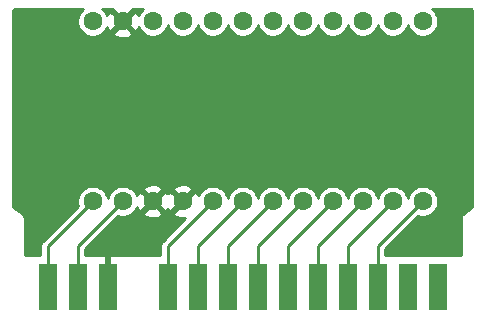
<source format=gbr>
G04 #@! TF.GenerationSoftware,KiCad,Pcbnew,(5.1.2-1)-1*
G04 #@! TF.CreationDate,2021-01-18T23:39:36-08:00*
G04 #@! TF.ProjectId,cart,63617274-2e6b-4696-9361-645f70636258,rev?*
G04 #@! TF.SameCoordinates,Original*
G04 #@! TF.FileFunction,Copper,L1,Top*
G04 #@! TF.FilePolarity,Positive*
%FSLAX46Y46*%
G04 Gerber Fmt 4.6, Leading zero omitted, Abs format (unit mm)*
G04 Created by KiCad (PCBNEW (5.1.2-1)-1) date 2021-01-18 23:39:36*
%MOMM*%
%LPD*%
G04 APERTURE LIST*
%ADD10R,1.600000X4.000000*%
%ADD11C,1.600000*%
%ADD12C,0.600000*%
%ADD13C,0.508000*%
%ADD14C,0.254000*%
G04 APERTURE END LIST*
D10*
X125730000Y-126619000D03*
X123190000Y-126619000D03*
X128270000Y-126619000D03*
X133350000Y-126619000D03*
X135890000Y-126619000D03*
X138430000Y-126619000D03*
X140970000Y-126619000D03*
X143510000Y-126619000D03*
X146050000Y-126619000D03*
X148590000Y-126619000D03*
X151130000Y-126619000D03*
X153670000Y-126619000D03*
X156210000Y-126619000D03*
D11*
X127000000Y-104140000D03*
X129540000Y-104140000D03*
X132080000Y-104140000D03*
X134620000Y-104140000D03*
X137160000Y-104140000D03*
X139700000Y-104140000D03*
X142240000Y-104140000D03*
X144780000Y-104140000D03*
X147320000Y-104140000D03*
X149860000Y-104140000D03*
X152400000Y-104140000D03*
X154940000Y-104140000D03*
X154940000Y-119380000D03*
X152400000Y-119380000D03*
X149860000Y-119380000D03*
X147320000Y-119380000D03*
X144780000Y-119380000D03*
X142240000Y-119380000D03*
X139700000Y-119380000D03*
X137160000Y-119380000D03*
X134620000Y-119380000D03*
X132080000Y-119380000D03*
X129540000Y-119380000D03*
X127000000Y-119380000D03*
D12*
X134620000Y-111760000D03*
X137160000Y-111760000D03*
X139700000Y-111760000D03*
X142240000Y-111760000D03*
X144780000Y-111760000D03*
X147320000Y-111760000D03*
X149860000Y-111760000D03*
X152400000Y-111760000D03*
X154940000Y-111760000D03*
X158115000Y-111760000D03*
X124206000Y-111760000D03*
D13*
X128270000Y-126619000D02*
X128270000Y-123190000D01*
D14*
X125730000Y-123190000D02*
X125730000Y-126619000D01*
X129540000Y-119380000D02*
X125730000Y-123190000D01*
X123190000Y-123190000D02*
X123190000Y-126619000D01*
X127000000Y-119380000D02*
X123190000Y-123190000D01*
X133350000Y-123190000D02*
X133350000Y-126619000D01*
X137160000Y-119380000D02*
X133350000Y-123190000D01*
X135890000Y-123190000D02*
X135890000Y-126619000D01*
X139700000Y-119380000D02*
X135890000Y-123190000D01*
X138430000Y-123190000D02*
X138430000Y-126619000D01*
X142240000Y-119380000D02*
X138430000Y-123190000D01*
X140970000Y-123190000D02*
X140970000Y-126619000D01*
X144780000Y-119380000D02*
X140970000Y-123190000D01*
X143510000Y-123190000D02*
X143510000Y-126619000D01*
X147320000Y-119380000D02*
X143510000Y-123190000D01*
X146050000Y-123190000D02*
X146050000Y-126619000D01*
X149860000Y-119380000D02*
X146050000Y-123190000D01*
X148590000Y-123190000D02*
X148590000Y-126619000D01*
X152400000Y-119380000D02*
X148590000Y-123190000D01*
X151130000Y-123190000D02*
X151130000Y-126619000D01*
X154940000Y-119380000D02*
X151130000Y-123190000D01*
G36*
X126166199Y-103124010D02*
G01*
X125984010Y-103306199D01*
X125840865Y-103520430D01*
X125742266Y-103758470D01*
X125692000Y-104011173D01*
X125692000Y-104268827D01*
X125742266Y-104521530D01*
X125840865Y-104759570D01*
X125984010Y-104973801D01*
X126166199Y-105155990D01*
X126380430Y-105299135D01*
X126618470Y-105397734D01*
X126871173Y-105448000D01*
X127128827Y-105448000D01*
X127381530Y-105397734D01*
X127619570Y-105299135D01*
X127833801Y-105155990D01*
X127857089Y-105132702D01*
X128726903Y-105132702D01*
X128798486Y-105376671D01*
X129053996Y-105497571D01*
X129328184Y-105566300D01*
X129610512Y-105580217D01*
X129890130Y-105538787D01*
X130156292Y-105443603D01*
X130281514Y-105376671D01*
X130353097Y-105132702D01*
X129540000Y-104319605D01*
X128726903Y-105132702D01*
X127857089Y-105132702D01*
X128015990Y-104973801D01*
X128159135Y-104759570D01*
X128201228Y-104657949D01*
X128236397Y-104756292D01*
X128303329Y-104881514D01*
X128547298Y-104953097D01*
X129360395Y-104140000D01*
X128547298Y-103326903D01*
X128303329Y-103398486D01*
X128199508Y-103617900D01*
X128159135Y-103520430D01*
X128015990Y-103306199D01*
X127833801Y-103124010D01*
X127793378Y-103097000D01*
X128741661Y-103097000D01*
X128726903Y-103147298D01*
X129540000Y-103960395D01*
X130353097Y-103147298D01*
X130338339Y-103097000D01*
X131286622Y-103097000D01*
X131246199Y-103124010D01*
X131064010Y-103306199D01*
X130920865Y-103520430D01*
X130878772Y-103622051D01*
X130843603Y-103523708D01*
X130776671Y-103398486D01*
X130532702Y-103326903D01*
X129719605Y-104140000D01*
X130532702Y-104953097D01*
X130776671Y-104881514D01*
X130880492Y-104662100D01*
X130920865Y-104759570D01*
X131064010Y-104973801D01*
X131246199Y-105155990D01*
X131460430Y-105299135D01*
X131698470Y-105397734D01*
X131951173Y-105448000D01*
X132208827Y-105448000D01*
X132461530Y-105397734D01*
X132699570Y-105299135D01*
X132913801Y-105155990D01*
X133095990Y-104973801D01*
X133239135Y-104759570D01*
X133337734Y-104521530D01*
X133350000Y-104459865D01*
X133362266Y-104521530D01*
X133460865Y-104759570D01*
X133604010Y-104973801D01*
X133786199Y-105155990D01*
X134000430Y-105299135D01*
X134238470Y-105397734D01*
X134491173Y-105448000D01*
X134748827Y-105448000D01*
X135001530Y-105397734D01*
X135239570Y-105299135D01*
X135453801Y-105155990D01*
X135635990Y-104973801D01*
X135779135Y-104759570D01*
X135877734Y-104521530D01*
X135890000Y-104459865D01*
X135902266Y-104521530D01*
X136000865Y-104759570D01*
X136144010Y-104973801D01*
X136326199Y-105155990D01*
X136540430Y-105299135D01*
X136778470Y-105397734D01*
X137031173Y-105448000D01*
X137288827Y-105448000D01*
X137541530Y-105397734D01*
X137779570Y-105299135D01*
X137993801Y-105155990D01*
X138175990Y-104973801D01*
X138319135Y-104759570D01*
X138417734Y-104521530D01*
X138430000Y-104459865D01*
X138442266Y-104521530D01*
X138540865Y-104759570D01*
X138684010Y-104973801D01*
X138866199Y-105155990D01*
X139080430Y-105299135D01*
X139318470Y-105397734D01*
X139571173Y-105448000D01*
X139828827Y-105448000D01*
X140081530Y-105397734D01*
X140319570Y-105299135D01*
X140533801Y-105155990D01*
X140715990Y-104973801D01*
X140859135Y-104759570D01*
X140957734Y-104521530D01*
X140970000Y-104459865D01*
X140982266Y-104521530D01*
X141080865Y-104759570D01*
X141224010Y-104973801D01*
X141406199Y-105155990D01*
X141620430Y-105299135D01*
X141858470Y-105397734D01*
X142111173Y-105448000D01*
X142368827Y-105448000D01*
X142621530Y-105397734D01*
X142859570Y-105299135D01*
X143073801Y-105155990D01*
X143255990Y-104973801D01*
X143399135Y-104759570D01*
X143497734Y-104521530D01*
X143510000Y-104459865D01*
X143522266Y-104521530D01*
X143620865Y-104759570D01*
X143764010Y-104973801D01*
X143946199Y-105155990D01*
X144160430Y-105299135D01*
X144398470Y-105397734D01*
X144651173Y-105448000D01*
X144908827Y-105448000D01*
X145161530Y-105397734D01*
X145399570Y-105299135D01*
X145613801Y-105155990D01*
X145795990Y-104973801D01*
X145939135Y-104759570D01*
X146037734Y-104521530D01*
X146050000Y-104459865D01*
X146062266Y-104521530D01*
X146160865Y-104759570D01*
X146304010Y-104973801D01*
X146486199Y-105155990D01*
X146700430Y-105299135D01*
X146938470Y-105397734D01*
X147191173Y-105448000D01*
X147448827Y-105448000D01*
X147701530Y-105397734D01*
X147939570Y-105299135D01*
X148153801Y-105155990D01*
X148335990Y-104973801D01*
X148479135Y-104759570D01*
X148577734Y-104521530D01*
X148590000Y-104459865D01*
X148602266Y-104521530D01*
X148700865Y-104759570D01*
X148844010Y-104973801D01*
X149026199Y-105155990D01*
X149240430Y-105299135D01*
X149478470Y-105397734D01*
X149731173Y-105448000D01*
X149988827Y-105448000D01*
X150241530Y-105397734D01*
X150479570Y-105299135D01*
X150693801Y-105155990D01*
X150875990Y-104973801D01*
X151019135Y-104759570D01*
X151117734Y-104521530D01*
X151130000Y-104459865D01*
X151142266Y-104521530D01*
X151240865Y-104759570D01*
X151384010Y-104973801D01*
X151566199Y-105155990D01*
X151780430Y-105299135D01*
X152018470Y-105397734D01*
X152271173Y-105448000D01*
X152528827Y-105448000D01*
X152781530Y-105397734D01*
X153019570Y-105299135D01*
X153233801Y-105155990D01*
X153415990Y-104973801D01*
X153559135Y-104759570D01*
X153657734Y-104521530D01*
X153670000Y-104459865D01*
X153682266Y-104521530D01*
X153780865Y-104759570D01*
X153924010Y-104973801D01*
X154106199Y-105155990D01*
X154320430Y-105299135D01*
X154558470Y-105397734D01*
X154811173Y-105448000D01*
X155068827Y-105448000D01*
X155321530Y-105397734D01*
X155559570Y-105299135D01*
X155773801Y-105155990D01*
X155955990Y-104973801D01*
X156099135Y-104759570D01*
X156197734Y-104521530D01*
X156248000Y-104268827D01*
X156248000Y-104011173D01*
X156197734Y-103758470D01*
X156099135Y-103520430D01*
X155955990Y-103306199D01*
X155773801Y-103124010D01*
X155733378Y-103097000D01*
X158958268Y-103097000D01*
X159017344Y-103102792D01*
X159045572Y-103111315D01*
X159071609Y-103125159D01*
X159094460Y-103143796D01*
X159113257Y-103166517D01*
X159127278Y-103192448D01*
X159135998Y-103220620D01*
X159142000Y-103277722D01*
X159142001Y-119840896D01*
X158420334Y-120390807D01*
X158410579Y-120396021D01*
X158372756Y-120427062D01*
X158357746Y-120438499D01*
X158349713Y-120445972D01*
X158317999Y-120471999D01*
X158305935Y-120486699D01*
X158292027Y-120499638D01*
X158268040Y-120532875D01*
X158242021Y-120564580D01*
X158233060Y-120581344D01*
X158221940Y-120596753D01*
X158204895Y-120634038D01*
X158185564Y-120670204D01*
X158180046Y-120688393D01*
X158172145Y-120705677D01*
X158162701Y-120745575D01*
X158150798Y-120784812D01*
X158148935Y-120803726D01*
X158144557Y-120822221D01*
X158143078Y-120863199D01*
X158142000Y-120874140D01*
X158142000Y-120893046D01*
X158140236Y-120941907D01*
X158142000Y-120952819D01*
X158142000Y-123888500D01*
X151765000Y-123888500D01*
X151765000Y-123453024D01*
X154576671Y-120641354D01*
X154811173Y-120688000D01*
X155068827Y-120688000D01*
X155321530Y-120637734D01*
X155559570Y-120539135D01*
X155773801Y-120395990D01*
X155955990Y-120213801D01*
X156099135Y-119999570D01*
X156197734Y-119761530D01*
X156248000Y-119508827D01*
X156248000Y-119251173D01*
X156197734Y-118998470D01*
X156099135Y-118760430D01*
X155955990Y-118546199D01*
X155773801Y-118364010D01*
X155559570Y-118220865D01*
X155321530Y-118122266D01*
X155068827Y-118072000D01*
X154811173Y-118072000D01*
X154558470Y-118122266D01*
X154320430Y-118220865D01*
X154106199Y-118364010D01*
X153924010Y-118546199D01*
X153780865Y-118760430D01*
X153682266Y-118998470D01*
X153670000Y-119060135D01*
X153657734Y-118998470D01*
X153559135Y-118760430D01*
X153415990Y-118546199D01*
X153233801Y-118364010D01*
X153019570Y-118220865D01*
X152781530Y-118122266D01*
X152528827Y-118072000D01*
X152271173Y-118072000D01*
X152018470Y-118122266D01*
X151780430Y-118220865D01*
X151566199Y-118364010D01*
X151384010Y-118546199D01*
X151240865Y-118760430D01*
X151142266Y-118998470D01*
X151130000Y-119060135D01*
X151117734Y-118998470D01*
X151019135Y-118760430D01*
X150875990Y-118546199D01*
X150693801Y-118364010D01*
X150479570Y-118220865D01*
X150241530Y-118122266D01*
X149988827Y-118072000D01*
X149731173Y-118072000D01*
X149478470Y-118122266D01*
X149240430Y-118220865D01*
X149026199Y-118364010D01*
X148844010Y-118546199D01*
X148700865Y-118760430D01*
X148602266Y-118998470D01*
X148590000Y-119060135D01*
X148577734Y-118998470D01*
X148479135Y-118760430D01*
X148335990Y-118546199D01*
X148153801Y-118364010D01*
X147939570Y-118220865D01*
X147701530Y-118122266D01*
X147448827Y-118072000D01*
X147191173Y-118072000D01*
X146938470Y-118122266D01*
X146700430Y-118220865D01*
X146486199Y-118364010D01*
X146304010Y-118546199D01*
X146160865Y-118760430D01*
X146062266Y-118998470D01*
X146050000Y-119060135D01*
X146037734Y-118998470D01*
X145939135Y-118760430D01*
X145795990Y-118546199D01*
X145613801Y-118364010D01*
X145399570Y-118220865D01*
X145161530Y-118122266D01*
X144908827Y-118072000D01*
X144651173Y-118072000D01*
X144398470Y-118122266D01*
X144160430Y-118220865D01*
X143946199Y-118364010D01*
X143764010Y-118546199D01*
X143620865Y-118760430D01*
X143522266Y-118998470D01*
X143510000Y-119060135D01*
X143497734Y-118998470D01*
X143399135Y-118760430D01*
X143255990Y-118546199D01*
X143073801Y-118364010D01*
X142859570Y-118220865D01*
X142621530Y-118122266D01*
X142368827Y-118072000D01*
X142111173Y-118072000D01*
X141858470Y-118122266D01*
X141620430Y-118220865D01*
X141406199Y-118364010D01*
X141224010Y-118546199D01*
X141080865Y-118760430D01*
X140982266Y-118998470D01*
X140970000Y-119060135D01*
X140957734Y-118998470D01*
X140859135Y-118760430D01*
X140715990Y-118546199D01*
X140533801Y-118364010D01*
X140319570Y-118220865D01*
X140081530Y-118122266D01*
X139828827Y-118072000D01*
X139571173Y-118072000D01*
X139318470Y-118122266D01*
X139080430Y-118220865D01*
X138866199Y-118364010D01*
X138684010Y-118546199D01*
X138540865Y-118760430D01*
X138442266Y-118998470D01*
X138430000Y-119060135D01*
X138417734Y-118998470D01*
X138319135Y-118760430D01*
X138175990Y-118546199D01*
X137993801Y-118364010D01*
X137779570Y-118220865D01*
X137541530Y-118122266D01*
X137288827Y-118072000D01*
X137031173Y-118072000D01*
X136778470Y-118122266D01*
X136540430Y-118220865D01*
X136326199Y-118364010D01*
X136144010Y-118546199D01*
X136000865Y-118760430D01*
X135958772Y-118862051D01*
X135923603Y-118763708D01*
X135856671Y-118638486D01*
X135612702Y-118566903D01*
X134799605Y-119380000D01*
X134813748Y-119394143D01*
X134634143Y-119573748D01*
X134620000Y-119559605D01*
X133806903Y-120372702D01*
X133878486Y-120616671D01*
X134133996Y-120737571D01*
X134408184Y-120806300D01*
X134690512Y-120820217D01*
X134844587Y-120797388D01*
X132923050Y-122718926D01*
X132898815Y-122738815D01*
X132819463Y-122835507D01*
X132760498Y-122945821D01*
X132724188Y-123065519D01*
X132715000Y-123158809D01*
X132715000Y-123158819D01*
X132711929Y-123190000D01*
X132715000Y-123221181D01*
X132715000Y-123888500D01*
X126365000Y-123888500D01*
X126365000Y-123453024D01*
X129176671Y-120641354D01*
X129411173Y-120688000D01*
X129668827Y-120688000D01*
X129921530Y-120637734D01*
X130159570Y-120539135D01*
X130373801Y-120395990D01*
X130397089Y-120372702D01*
X131266903Y-120372702D01*
X131338486Y-120616671D01*
X131593996Y-120737571D01*
X131868184Y-120806300D01*
X132150512Y-120820217D01*
X132430130Y-120778787D01*
X132696292Y-120683603D01*
X132821514Y-120616671D01*
X132893097Y-120372702D01*
X132080000Y-119559605D01*
X131266903Y-120372702D01*
X130397089Y-120372702D01*
X130555990Y-120213801D01*
X130699135Y-119999570D01*
X130741228Y-119897949D01*
X130776397Y-119996292D01*
X130843329Y-120121514D01*
X131087298Y-120193097D01*
X131900395Y-119380000D01*
X132259605Y-119380000D01*
X133072702Y-120193097D01*
X133316671Y-120121514D01*
X133347971Y-120055364D01*
X133383329Y-120121514D01*
X133627298Y-120193097D01*
X134440395Y-119380000D01*
X133627298Y-118566903D01*
X133383329Y-118638486D01*
X133352029Y-118704636D01*
X133316671Y-118638486D01*
X133072702Y-118566903D01*
X132259605Y-119380000D01*
X131900395Y-119380000D01*
X131087298Y-118566903D01*
X130843329Y-118638486D01*
X130739508Y-118857900D01*
X130699135Y-118760430D01*
X130555990Y-118546199D01*
X130397089Y-118387298D01*
X131266903Y-118387298D01*
X132080000Y-119200395D01*
X132893097Y-118387298D01*
X133806903Y-118387298D01*
X134620000Y-119200395D01*
X135433097Y-118387298D01*
X135361514Y-118143329D01*
X135106004Y-118022429D01*
X134831816Y-117953700D01*
X134549488Y-117939783D01*
X134269870Y-117981213D01*
X134003708Y-118076397D01*
X133878486Y-118143329D01*
X133806903Y-118387298D01*
X132893097Y-118387298D01*
X132821514Y-118143329D01*
X132566004Y-118022429D01*
X132291816Y-117953700D01*
X132009488Y-117939783D01*
X131729870Y-117981213D01*
X131463708Y-118076397D01*
X131338486Y-118143329D01*
X131266903Y-118387298D01*
X130397089Y-118387298D01*
X130373801Y-118364010D01*
X130159570Y-118220865D01*
X129921530Y-118122266D01*
X129668827Y-118072000D01*
X129411173Y-118072000D01*
X129158470Y-118122266D01*
X128920430Y-118220865D01*
X128706199Y-118364010D01*
X128524010Y-118546199D01*
X128380865Y-118760430D01*
X128282266Y-118998470D01*
X128270000Y-119060135D01*
X128257734Y-118998470D01*
X128159135Y-118760430D01*
X128015990Y-118546199D01*
X127833801Y-118364010D01*
X127619570Y-118220865D01*
X127381530Y-118122266D01*
X127128827Y-118072000D01*
X126871173Y-118072000D01*
X126618470Y-118122266D01*
X126380430Y-118220865D01*
X126166199Y-118364010D01*
X125984010Y-118546199D01*
X125840865Y-118760430D01*
X125742266Y-118998470D01*
X125692000Y-119251173D01*
X125692000Y-119508827D01*
X125738646Y-119743329D01*
X122763050Y-122718926D01*
X122738815Y-122738815D01*
X122659463Y-122835507D01*
X122600498Y-122945821D01*
X122564188Y-123065519D01*
X122555000Y-123158809D01*
X122555000Y-123158819D01*
X122551929Y-123190000D01*
X122555000Y-123221181D01*
X122555000Y-123888500D01*
X121258000Y-123888500D01*
X121258000Y-120949819D01*
X121259764Y-120938907D01*
X121258000Y-120890046D01*
X121258000Y-120871139D01*
X121256922Y-120860198D01*
X121255443Y-120819220D01*
X121251065Y-120800725D01*
X121249202Y-120781811D01*
X121237299Y-120742574D01*
X121227855Y-120702676D01*
X121219954Y-120685392D01*
X121214436Y-120667203D01*
X121195105Y-120631037D01*
X121178060Y-120593752D01*
X121166940Y-120578343D01*
X121157979Y-120561579D01*
X121131962Y-120529877D01*
X121107973Y-120496637D01*
X121094062Y-120483695D01*
X121082001Y-120468999D01*
X121050298Y-120442982D01*
X121042254Y-120435498D01*
X121027219Y-120424042D01*
X120989420Y-120393021D01*
X120979672Y-120387811D01*
X120258000Y-119837897D01*
X120258000Y-103280732D01*
X120263792Y-103221656D01*
X120272315Y-103193428D01*
X120286159Y-103167391D01*
X120304796Y-103144540D01*
X120327517Y-103125743D01*
X120353448Y-103111722D01*
X120381620Y-103103002D01*
X120438722Y-103097000D01*
X126206622Y-103097000D01*
X126166199Y-103124010D01*
X126166199Y-103124010D01*
G37*
X126166199Y-103124010D02*
X125984010Y-103306199D01*
X125840865Y-103520430D01*
X125742266Y-103758470D01*
X125692000Y-104011173D01*
X125692000Y-104268827D01*
X125742266Y-104521530D01*
X125840865Y-104759570D01*
X125984010Y-104973801D01*
X126166199Y-105155990D01*
X126380430Y-105299135D01*
X126618470Y-105397734D01*
X126871173Y-105448000D01*
X127128827Y-105448000D01*
X127381530Y-105397734D01*
X127619570Y-105299135D01*
X127833801Y-105155990D01*
X127857089Y-105132702D01*
X128726903Y-105132702D01*
X128798486Y-105376671D01*
X129053996Y-105497571D01*
X129328184Y-105566300D01*
X129610512Y-105580217D01*
X129890130Y-105538787D01*
X130156292Y-105443603D01*
X130281514Y-105376671D01*
X130353097Y-105132702D01*
X129540000Y-104319605D01*
X128726903Y-105132702D01*
X127857089Y-105132702D01*
X128015990Y-104973801D01*
X128159135Y-104759570D01*
X128201228Y-104657949D01*
X128236397Y-104756292D01*
X128303329Y-104881514D01*
X128547298Y-104953097D01*
X129360395Y-104140000D01*
X128547298Y-103326903D01*
X128303329Y-103398486D01*
X128199508Y-103617900D01*
X128159135Y-103520430D01*
X128015990Y-103306199D01*
X127833801Y-103124010D01*
X127793378Y-103097000D01*
X128741661Y-103097000D01*
X128726903Y-103147298D01*
X129540000Y-103960395D01*
X130353097Y-103147298D01*
X130338339Y-103097000D01*
X131286622Y-103097000D01*
X131246199Y-103124010D01*
X131064010Y-103306199D01*
X130920865Y-103520430D01*
X130878772Y-103622051D01*
X130843603Y-103523708D01*
X130776671Y-103398486D01*
X130532702Y-103326903D01*
X129719605Y-104140000D01*
X130532702Y-104953097D01*
X130776671Y-104881514D01*
X130880492Y-104662100D01*
X130920865Y-104759570D01*
X131064010Y-104973801D01*
X131246199Y-105155990D01*
X131460430Y-105299135D01*
X131698470Y-105397734D01*
X131951173Y-105448000D01*
X132208827Y-105448000D01*
X132461530Y-105397734D01*
X132699570Y-105299135D01*
X132913801Y-105155990D01*
X133095990Y-104973801D01*
X133239135Y-104759570D01*
X133337734Y-104521530D01*
X133350000Y-104459865D01*
X133362266Y-104521530D01*
X133460865Y-104759570D01*
X133604010Y-104973801D01*
X133786199Y-105155990D01*
X134000430Y-105299135D01*
X134238470Y-105397734D01*
X134491173Y-105448000D01*
X134748827Y-105448000D01*
X135001530Y-105397734D01*
X135239570Y-105299135D01*
X135453801Y-105155990D01*
X135635990Y-104973801D01*
X135779135Y-104759570D01*
X135877734Y-104521530D01*
X135890000Y-104459865D01*
X135902266Y-104521530D01*
X136000865Y-104759570D01*
X136144010Y-104973801D01*
X136326199Y-105155990D01*
X136540430Y-105299135D01*
X136778470Y-105397734D01*
X137031173Y-105448000D01*
X137288827Y-105448000D01*
X137541530Y-105397734D01*
X137779570Y-105299135D01*
X137993801Y-105155990D01*
X138175990Y-104973801D01*
X138319135Y-104759570D01*
X138417734Y-104521530D01*
X138430000Y-104459865D01*
X138442266Y-104521530D01*
X138540865Y-104759570D01*
X138684010Y-104973801D01*
X138866199Y-105155990D01*
X139080430Y-105299135D01*
X139318470Y-105397734D01*
X139571173Y-105448000D01*
X139828827Y-105448000D01*
X140081530Y-105397734D01*
X140319570Y-105299135D01*
X140533801Y-105155990D01*
X140715990Y-104973801D01*
X140859135Y-104759570D01*
X140957734Y-104521530D01*
X140970000Y-104459865D01*
X140982266Y-104521530D01*
X141080865Y-104759570D01*
X141224010Y-104973801D01*
X141406199Y-105155990D01*
X141620430Y-105299135D01*
X141858470Y-105397734D01*
X142111173Y-105448000D01*
X142368827Y-105448000D01*
X142621530Y-105397734D01*
X142859570Y-105299135D01*
X143073801Y-105155990D01*
X143255990Y-104973801D01*
X143399135Y-104759570D01*
X143497734Y-104521530D01*
X143510000Y-104459865D01*
X143522266Y-104521530D01*
X143620865Y-104759570D01*
X143764010Y-104973801D01*
X143946199Y-105155990D01*
X144160430Y-105299135D01*
X144398470Y-105397734D01*
X144651173Y-105448000D01*
X144908827Y-105448000D01*
X145161530Y-105397734D01*
X145399570Y-105299135D01*
X145613801Y-105155990D01*
X145795990Y-104973801D01*
X145939135Y-104759570D01*
X146037734Y-104521530D01*
X146050000Y-104459865D01*
X146062266Y-104521530D01*
X146160865Y-104759570D01*
X146304010Y-104973801D01*
X146486199Y-105155990D01*
X146700430Y-105299135D01*
X146938470Y-105397734D01*
X147191173Y-105448000D01*
X147448827Y-105448000D01*
X147701530Y-105397734D01*
X147939570Y-105299135D01*
X148153801Y-105155990D01*
X148335990Y-104973801D01*
X148479135Y-104759570D01*
X148577734Y-104521530D01*
X148590000Y-104459865D01*
X148602266Y-104521530D01*
X148700865Y-104759570D01*
X148844010Y-104973801D01*
X149026199Y-105155990D01*
X149240430Y-105299135D01*
X149478470Y-105397734D01*
X149731173Y-105448000D01*
X149988827Y-105448000D01*
X150241530Y-105397734D01*
X150479570Y-105299135D01*
X150693801Y-105155990D01*
X150875990Y-104973801D01*
X151019135Y-104759570D01*
X151117734Y-104521530D01*
X151130000Y-104459865D01*
X151142266Y-104521530D01*
X151240865Y-104759570D01*
X151384010Y-104973801D01*
X151566199Y-105155990D01*
X151780430Y-105299135D01*
X152018470Y-105397734D01*
X152271173Y-105448000D01*
X152528827Y-105448000D01*
X152781530Y-105397734D01*
X153019570Y-105299135D01*
X153233801Y-105155990D01*
X153415990Y-104973801D01*
X153559135Y-104759570D01*
X153657734Y-104521530D01*
X153670000Y-104459865D01*
X153682266Y-104521530D01*
X153780865Y-104759570D01*
X153924010Y-104973801D01*
X154106199Y-105155990D01*
X154320430Y-105299135D01*
X154558470Y-105397734D01*
X154811173Y-105448000D01*
X155068827Y-105448000D01*
X155321530Y-105397734D01*
X155559570Y-105299135D01*
X155773801Y-105155990D01*
X155955990Y-104973801D01*
X156099135Y-104759570D01*
X156197734Y-104521530D01*
X156248000Y-104268827D01*
X156248000Y-104011173D01*
X156197734Y-103758470D01*
X156099135Y-103520430D01*
X155955990Y-103306199D01*
X155773801Y-103124010D01*
X155733378Y-103097000D01*
X158958268Y-103097000D01*
X159017344Y-103102792D01*
X159045572Y-103111315D01*
X159071609Y-103125159D01*
X159094460Y-103143796D01*
X159113257Y-103166517D01*
X159127278Y-103192448D01*
X159135998Y-103220620D01*
X159142000Y-103277722D01*
X159142001Y-119840896D01*
X158420334Y-120390807D01*
X158410579Y-120396021D01*
X158372756Y-120427062D01*
X158357746Y-120438499D01*
X158349713Y-120445972D01*
X158317999Y-120471999D01*
X158305935Y-120486699D01*
X158292027Y-120499638D01*
X158268040Y-120532875D01*
X158242021Y-120564580D01*
X158233060Y-120581344D01*
X158221940Y-120596753D01*
X158204895Y-120634038D01*
X158185564Y-120670204D01*
X158180046Y-120688393D01*
X158172145Y-120705677D01*
X158162701Y-120745575D01*
X158150798Y-120784812D01*
X158148935Y-120803726D01*
X158144557Y-120822221D01*
X158143078Y-120863199D01*
X158142000Y-120874140D01*
X158142000Y-120893046D01*
X158140236Y-120941907D01*
X158142000Y-120952819D01*
X158142000Y-123888500D01*
X151765000Y-123888500D01*
X151765000Y-123453024D01*
X154576671Y-120641354D01*
X154811173Y-120688000D01*
X155068827Y-120688000D01*
X155321530Y-120637734D01*
X155559570Y-120539135D01*
X155773801Y-120395990D01*
X155955990Y-120213801D01*
X156099135Y-119999570D01*
X156197734Y-119761530D01*
X156248000Y-119508827D01*
X156248000Y-119251173D01*
X156197734Y-118998470D01*
X156099135Y-118760430D01*
X155955990Y-118546199D01*
X155773801Y-118364010D01*
X155559570Y-118220865D01*
X155321530Y-118122266D01*
X155068827Y-118072000D01*
X154811173Y-118072000D01*
X154558470Y-118122266D01*
X154320430Y-118220865D01*
X154106199Y-118364010D01*
X153924010Y-118546199D01*
X153780865Y-118760430D01*
X153682266Y-118998470D01*
X153670000Y-119060135D01*
X153657734Y-118998470D01*
X153559135Y-118760430D01*
X153415990Y-118546199D01*
X153233801Y-118364010D01*
X153019570Y-118220865D01*
X152781530Y-118122266D01*
X152528827Y-118072000D01*
X152271173Y-118072000D01*
X152018470Y-118122266D01*
X151780430Y-118220865D01*
X151566199Y-118364010D01*
X151384010Y-118546199D01*
X151240865Y-118760430D01*
X151142266Y-118998470D01*
X151130000Y-119060135D01*
X151117734Y-118998470D01*
X151019135Y-118760430D01*
X150875990Y-118546199D01*
X150693801Y-118364010D01*
X150479570Y-118220865D01*
X150241530Y-118122266D01*
X149988827Y-118072000D01*
X149731173Y-118072000D01*
X149478470Y-118122266D01*
X149240430Y-118220865D01*
X149026199Y-118364010D01*
X148844010Y-118546199D01*
X148700865Y-118760430D01*
X148602266Y-118998470D01*
X148590000Y-119060135D01*
X148577734Y-118998470D01*
X148479135Y-118760430D01*
X148335990Y-118546199D01*
X148153801Y-118364010D01*
X147939570Y-118220865D01*
X147701530Y-118122266D01*
X147448827Y-118072000D01*
X147191173Y-118072000D01*
X146938470Y-118122266D01*
X146700430Y-118220865D01*
X146486199Y-118364010D01*
X146304010Y-118546199D01*
X146160865Y-118760430D01*
X146062266Y-118998470D01*
X146050000Y-119060135D01*
X146037734Y-118998470D01*
X145939135Y-118760430D01*
X145795990Y-118546199D01*
X145613801Y-118364010D01*
X145399570Y-118220865D01*
X145161530Y-118122266D01*
X144908827Y-118072000D01*
X144651173Y-118072000D01*
X144398470Y-118122266D01*
X144160430Y-118220865D01*
X143946199Y-118364010D01*
X143764010Y-118546199D01*
X143620865Y-118760430D01*
X143522266Y-118998470D01*
X143510000Y-119060135D01*
X143497734Y-118998470D01*
X143399135Y-118760430D01*
X143255990Y-118546199D01*
X143073801Y-118364010D01*
X142859570Y-118220865D01*
X142621530Y-118122266D01*
X142368827Y-118072000D01*
X142111173Y-118072000D01*
X141858470Y-118122266D01*
X141620430Y-118220865D01*
X141406199Y-118364010D01*
X141224010Y-118546199D01*
X141080865Y-118760430D01*
X140982266Y-118998470D01*
X140970000Y-119060135D01*
X140957734Y-118998470D01*
X140859135Y-118760430D01*
X140715990Y-118546199D01*
X140533801Y-118364010D01*
X140319570Y-118220865D01*
X140081530Y-118122266D01*
X139828827Y-118072000D01*
X139571173Y-118072000D01*
X139318470Y-118122266D01*
X139080430Y-118220865D01*
X138866199Y-118364010D01*
X138684010Y-118546199D01*
X138540865Y-118760430D01*
X138442266Y-118998470D01*
X138430000Y-119060135D01*
X138417734Y-118998470D01*
X138319135Y-118760430D01*
X138175990Y-118546199D01*
X137993801Y-118364010D01*
X137779570Y-118220865D01*
X137541530Y-118122266D01*
X137288827Y-118072000D01*
X137031173Y-118072000D01*
X136778470Y-118122266D01*
X136540430Y-118220865D01*
X136326199Y-118364010D01*
X136144010Y-118546199D01*
X136000865Y-118760430D01*
X135958772Y-118862051D01*
X135923603Y-118763708D01*
X135856671Y-118638486D01*
X135612702Y-118566903D01*
X134799605Y-119380000D01*
X134813748Y-119394143D01*
X134634143Y-119573748D01*
X134620000Y-119559605D01*
X133806903Y-120372702D01*
X133878486Y-120616671D01*
X134133996Y-120737571D01*
X134408184Y-120806300D01*
X134690512Y-120820217D01*
X134844587Y-120797388D01*
X132923050Y-122718926D01*
X132898815Y-122738815D01*
X132819463Y-122835507D01*
X132760498Y-122945821D01*
X132724188Y-123065519D01*
X132715000Y-123158809D01*
X132715000Y-123158819D01*
X132711929Y-123190000D01*
X132715000Y-123221181D01*
X132715000Y-123888500D01*
X126365000Y-123888500D01*
X126365000Y-123453024D01*
X129176671Y-120641354D01*
X129411173Y-120688000D01*
X129668827Y-120688000D01*
X129921530Y-120637734D01*
X130159570Y-120539135D01*
X130373801Y-120395990D01*
X130397089Y-120372702D01*
X131266903Y-120372702D01*
X131338486Y-120616671D01*
X131593996Y-120737571D01*
X131868184Y-120806300D01*
X132150512Y-120820217D01*
X132430130Y-120778787D01*
X132696292Y-120683603D01*
X132821514Y-120616671D01*
X132893097Y-120372702D01*
X132080000Y-119559605D01*
X131266903Y-120372702D01*
X130397089Y-120372702D01*
X130555990Y-120213801D01*
X130699135Y-119999570D01*
X130741228Y-119897949D01*
X130776397Y-119996292D01*
X130843329Y-120121514D01*
X131087298Y-120193097D01*
X131900395Y-119380000D01*
X132259605Y-119380000D01*
X133072702Y-120193097D01*
X133316671Y-120121514D01*
X133347971Y-120055364D01*
X133383329Y-120121514D01*
X133627298Y-120193097D01*
X134440395Y-119380000D01*
X133627298Y-118566903D01*
X133383329Y-118638486D01*
X133352029Y-118704636D01*
X133316671Y-118638486D01*
X133072702Y-118566903D01*
X132259605Y-119380000D01*
X131900395Y-119380000D01*
X131087298Y-118566903D01*
X130843329Y-118638486D01*
X130739508Y-118857900D01*
X130699135Y-118760430D01*
X130555990Y-118546199D01*
X130397089Y-118387298D01*
X131266903Y-118387298D01*
X132080000Y-119200395D01*
X132893097Y-118387298D01*
X133806903Y-118387298D01*
X134620000Y-119200395D01*
X135433097Y-118387298D01*
X135361514Y-118143329D01*
X135106004Y-118022429D01*
X134831816Y-117953700D01*
X134549488Y-117939783D01*
X134269870Y-117981213D01*
X134003708Y-118076397D01*
X133878486Y-118143329D01*
X133806903Y-118387298D01*
X132893097Y-118387298D01*
X132821514Y-118143329D01*
X132566004Y-118022429D01*
X132291816Y-117953700D01*
X132009488Y-117939783D01*
X131729870Y-117981213D01*
X131463708Y-118076397D01*
X131338486Y-118143329D01*
X131266903Y-118387298D01*
X130397089Y-118387298D01*
X130373801Y-118364010D01*
X130159570Y-118220865D01*
X129921530Y-118122266D01*
X129668827Y-118072000D01*
X129411173Y-118072000D01*
X129158470Y-118122266D01*
X128920430Y-118220865D01*
X128706199Y-118364010D01*
X128524010Y-118546199D01*
X128380865Y-118760430D01*
X128282266Y-118998470D01*
X128270000Y-119060135D01*
X128257734Y-118998470D01*
X128159135Y-118760430D01*
X128015990Y-118546199D01*
X127833801Y-118364010D01*
X127619570Y-118220865D01*
X127381530Y-118122266D01*
X127128827Y-118072000D01*
X126871173Y-118072000D01*
X126618470Y-118122266D01*
X126380430Y-118220865D01*
X126166199Y-118364010D01*
X125984010Y-118546199D01*
X125840865Y-118760430D01*
X125742266Y-118998470D01*
X125692000Y-119251173D01*
X125692000Y-119508827D01*
X125738646Y-119743329D01*
X122763050Y-122718926D01*
X122738815Y-122738815D01*
X122659463Y-122835507D01*
X122600498Y-122945821D01*
X122564188Y-123065519D01*
X122555000Y-123158809D01*
X122555000Y-123158819D01*
X122551929Y-123190000D01*
X122555000Y-123221181D01*
X122555000Y-123888500D01*
X121258000Y-123888500D01*
X121258000Y-120949819D01*
X121259764Y-120938907D01*
X121258000Y-120890046D01*
X121258000Y-120871139D01*
X121256922Y-120860198D01*
X121255443Y-120819220D01*
X121251065Y-120800725D01*
X121249202Y-120781811D01*
X121237299Y-120742574D01*
X121227855Y-120702676D01*
X121219954Y-120685392D01*
X121214436Y-120667203D01*
X121195105Y-120631037D01*
X121178060Y-120593752D01*
X121166940Y-120578343D01*
X121157979Y-120561579D01*
X121131962Y-120529877D01*
X121107973Y-120496637D01*
X121094062Y-120483695D01*
X121082001Y-120468999D01*
X121050298Y-120442982D01*
X121042254Y-120435498D01*
X121027219Y-120424042D01*
X120989420Y-120393021D01*
X120979672Y-120387811D01*
X120258000Y-119837897D01*
X120258000Y-103280732D01*
X120263792Y-103221656D01*
X120272315Y-103193428D01*
X120286159Y-103167391D01*
X120304796Y-103144540D01*
X120327517Y-103125743D01*
X120353448Y-103111722D01*
X120381620Y-103103002D01*
X120438722Y-103097000D01*
X126206622Y-103097000D01*
X126166199Y-103124010D01*
M02*

</source>
